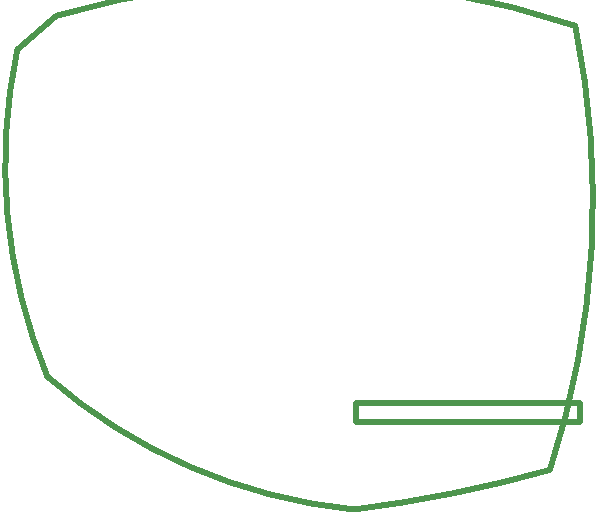
<source format=gko>
%FSLAX33Y33*%
%MOMM*%
%ADD10C,0.508*%
D10*
%LNpath-0*%
G75*
G03*
X1000Y38500D02*
X3550Y10850I45843J-9715D01*
G75*
X3550Y10850D02*
X29500Y-0400I30607J35046D01*
G75*
X29500Y-0400D02*
X46100Y2950I-13914J111749D01*
G75*
X46100Y2950D02*
X48250Y40550I-69911J22859D01*
G75*
X48250Y40550D02*
X4300Y41400I-23325J-69375D01*
G01*
X4300Y41400D02*
X1000Y38500D01*
%LNpath-1*%
X29650Y7000D02*
X48650Y7000D01*
X48650Y8600*
X29650Y8600*
X29650Y7000*
%LNmechanical details_traces*%
M02*
</source>
